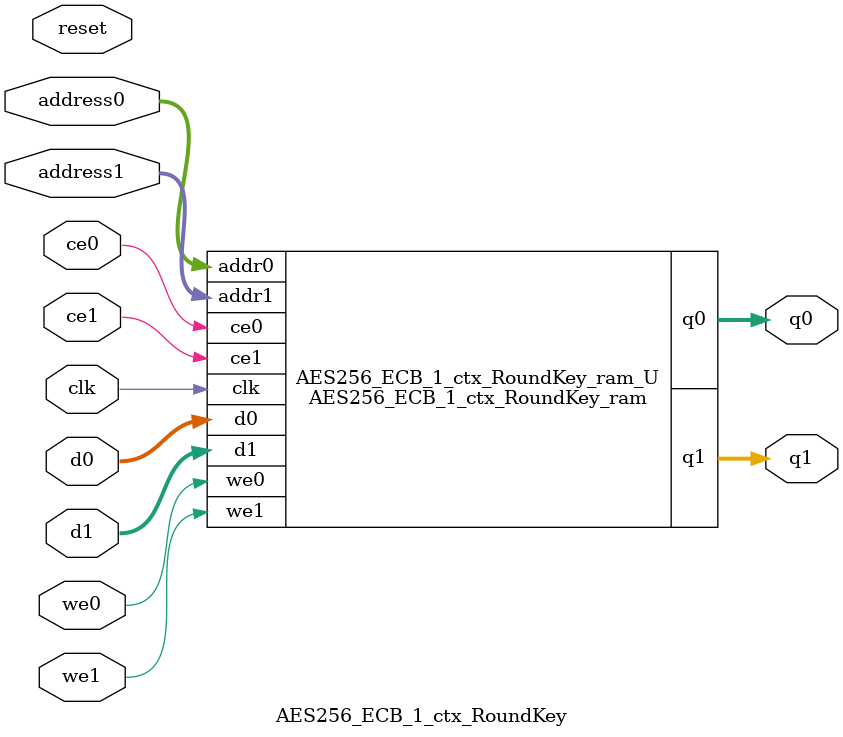
<source format=v>
`timescale 1 ns / 1 ps
module AES256_ECB_1_ctx_RoundKey_ram (addr0, ce0, d0, we0, q0, addr1, ce1, d1, we1, q1,  clk);

parameter DWIDTH = 8;
parameter AWIDTH = 8;
parameter MEM_SIZE = 240;

input[AWIDTH-1:0] addr0;
input ce0;
input[DWIDTH-1:0] d0;
input we0;
output reg[DWIDTH-1:0] q0;
input[AWIDTH-1:0] addr1;
input ce1;
input[DWIDTH-1:0] d1;
input we1;
output reg[DWIDTH-1:0] q1;
input clk;

(* ram_style = "block" *)reg [DWIDTH-1:0] ram[0:MEM_SIZE-1];




always @(posedge clk)  
begin 
    if (ce0) 
    begin
        if (we0) 
        begin 
            ram[addr0] <= d0; 
        end 
        q0 <= ram[addr0];
    end
end


always @(posedge clk)  
begin 
    if (ce1) 
    begin
        if (we1) 
        begin 
            ram[addr1] <= d1; 
        end 
        q1 <= ram[addr1];
    end
end


endmodule

`timescale 1 ns / 1 ps
module AES256_ECB_1_ctx_RoundKey(
    reset,
    clk,
    address0,
    ce0,
    we0,
    d0,
    q0,
    address1,
    ce1,
    we1,
    d1,
    q1);

parameter DataWidth = 32'd8;
parameter AddressRange = 32'd240;
parameter AddressWidth = 32'd8;
input reset;
input clk;
input[AddressWidth - 1:0] address0;
input ce0;
input we0;
input[DataWidth - 1:0] d0;
output[DataWidth - 1:0] q0;
input[AddressWidth - 1:0] address1;
input ce1;
input we1;
input[DataWidth - 1:0] d1;
output[DataWidth - 1:0] q1;



AES256_ECB_1_ctx_RoundKey_ram AES256_ECB_1_ctx_RoundKey_ram_U(
    .clk( clk ),
    .addr0( address0 ),
    .ce0( ce0 ),
    .we0( we0 ),
    .d0( d0 ),
    .q0( q0 ),
    .addr1( address1 ),
    .ce1( ce1 ),
    .we1( we1 ),
    .d1( d1 ),
    .q1( q1 ));

endmodule


</source>
